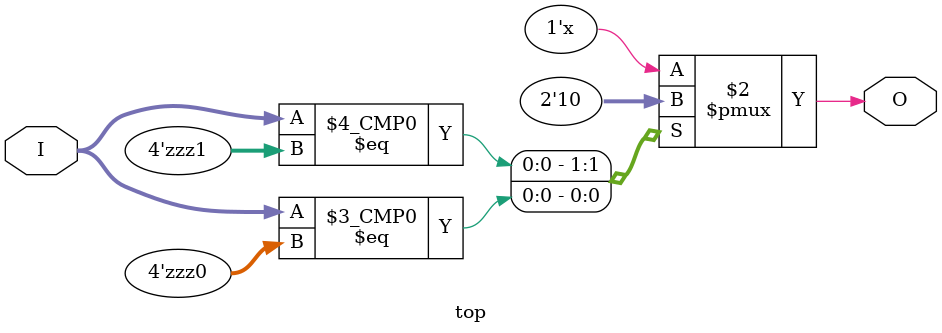
<source format=v>
module top (
    (* keep *)
    input [3:0] I,
    output O
);
  always @(I)

    case (I)
      4'b???1: O = 1;
      4'b???0: O = 0;
    endcase
endmodule  // top

</source>
